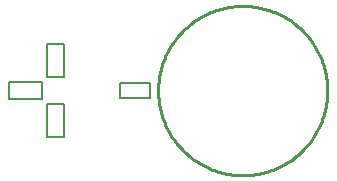
<source format=gbo>
G04 EAGLE Gerber RS-274X export*
G75*
%MOMM*%
%FSLAX34Y34*%
%LPD*%
%INSilkscreen Bottom*%
%IPPOS*%
%AMOC8*
5,1,8,0,0,1.08239X$1,22.5*%
G01*
%ADD10C,0.254000*%
%ADD11C,0.127000*%


D10*
X144272Y76200D02*
X144294Y77958D01*
X144358Y79715D01*
X144466Y81469D01*
X144617Y83221D01*
X144811Y84968D01*
X145047Y86710D01*
X145327Y88446D01*
X145648Y90174D01*
X146012Y91894D01*
X146419Y93604D01*
X146867Y95304D01*
X147356Y96993D01*
X147887Y98668D01*
X148459Y100331D01*
X149072Y101979D01*
X149724Y103611D01*
X150417Y105227D01*
X151149Y106825D01*
X151920Y108405D01*
X152730Y109965D01*
X153577Y111505D01*
X154463Y113024D01*
X155385Y114521D01*
X156343Y115994D01*
X157338Y117444D01*
X158368Y118869D01*
X159432Y120268D01*
X160531Y121640D01*
X161663Y122985D01*
X162827Y124302D01*
X164024Y125590D01*
X165251Y126849D01*
X166510Y128076D01*
X167798Y129273D01*
X169115Y130437D01*
X170460Y131569D01*
X171832Y132668D01*
X173231Y133732D01*
X174656Y134762D01*
X176106Y135757D01*
X177579Y136715D01*
X179076Y137637D01*
X180595Y138523D01*
X182135Y139370D01*
X183695Y140180D01*
X185275Y140951D01*
X186873Y141683D01*
X188489Y142376D01*
X190121Y143028D01*
X191769Y143641D01*
X193432Y144213D01*
X195107Y144744D01*
X196796Y145233D01*
X198496Y145681D01*
X200206Y146088D01*
X201926Y146452D01*
X203654Y146773D01*
X205390Y147053D01*
X207132Y147289D01*
X208879Y147483D01*
X210631Y147634D01*
X212385Y147742D01*
X214142Y147806D01*
X215900Y147828D01*
X217658Y147806D01*
X219415Y147742D01*
X221169Y147634D01*
X222921Y147483D01*
X224668Y147289D01*
X226410Y147053D01*
X228146Y146773D01*
X229874Y146452D01*
X231594Y146088D01*
X233304Y145681D01*
X235004Y145233D01*
X236693Y144744D01*
X238368Y144213D01*
X240031Y143641D01*
X241679Y143028D01*
X243311Y142376D01*
X244927Y141683D01*
X246525Y140951D01*
X248105Y140180D01*
X249665Y139370D01*
X251205Y138523D01*
X252724Y137637D01*
X254221Y136715D01*
X255694Y135757D01*
X257144Y134762D01*
X258569Y133732D01*
X259968Y132668D01*
X261340Y131569D01*
X262685Y130437D01*
X264002Y129273D01*
X265290Y128076D01*
X266549Y126849D01*
X267776Y125590D01*
X268973Y124302D01*
X270137Y122985D01*
X271269Y121640D01*
X272368Y120268D01*
X273432Y118869D01*
X274462Y117444D01*
X275457Y115994D01*
X276415Y114521D01*
X277337Y113024D01*
X278223Y111505D01*
X279070Y109965D01*
X279880Y108405D01*
X280651Y106825D01*
X281383Y105227D01*
X282076Y103611D01*
X282728Y101979D01*
X283341Y100331D01*
X283913Y98668D01*
X284444Y96993D01*
X284933Y95304D01*
X285381Y93604D01*
X285788Y91894D01*
X286152Y90174D01*
X286473Y88446D01*
X286753Y86710D01*
X286989Y84968D01*
X287183Y83221D01*
X287334Y81469D01*
X287442Y79715D01*
X287506Y77958D01*
X287528Y76200D01*
X287506Y74442D01*
X287442Y72685D01*
X287334Y70931D01*
X287183Y69179D01*
X286989Y67432D01*
X286753Y65690D01*
X286473Y63954D01*
X286152Y62226D01*
X285788Y60506D01*
X285381Y58796D01*
X284933Y57096D01*
X284444Y55407D01*
X283913Y53732D01*
X283341Y52069D01*
X282728Y50421D01*
X282076Y48789D01*
X281383Y47173D01*
X280651Y45575D01*
X279880Y43995D01*
X279070Y42435D01*
X278223Y40895D01*
X277337Y39376D01*
X276415Y37879D01*
X275457Y36406D01*
X274462Y34956D01*
X273432Y33531D01*
X272368Y32132D01*
X271269Y30760D01*
X270137Y29415D01*
X268973Y28098D01*
X267776Y26810D01*
X266549Y25551D01*
X265290Y24324D01*
X264002Y23127D01*
X262685Y21963D01*
X261340Y20831D01*
X259968Y19732D01*
X258569Y18668D01*
X257144Y17638D01*
X255694Y16643D01*
X254221Y15685D01*
X252724Y14763D01*
X251205Y13877D01*
X249665Y13030D01*
X248105Y12220D01*
X246525Y11449D01*
X244927Y10717D01*
X243311Y10024D01*
X241679Y9372D01*
X240031Y8759D01*
X238368Y8187D01*
X236693Y7656D01*
X235004Y7167D01*
X233304Y6719D01*
X231594Y6312D01*
X229874Y5948D01*
X228146Y5627D01*
X226410Y5347D01*
X224668Y5111D01*
X222921Y4917D01*
X221169Y4766D01*
X219415Y4658D01*
X217658Y4594D01*
X215900Y4572D01*
X214142Y4594D01*
X212385Y4658D01*
X210631Y4766D01*
X208879Y4917D01*
X207132Y5111D01*
X205390Y5347D01*
X203654Y5627D01*
X201926Y5948D01*
X200206Y6312D01*
X198496Y6719D01*
X196796Y7167D01*
X195107Y7656D01*
X193432Y8187D01*
X191769Y8759D01*
X190121Y9372D01*
X188489Y10024D01*
X186873Y10717D01*
X185275Y11449D01*
X183695Y12220D01*
X182135Y13030D01*
X180595Y13877D01*
X179076Y14763D01*
X177579Y15685D01*
X176106Y16643D01*
X174656Y17638D01*
X173231Y18668D01*
X171832Y19732D01*
X170460Y20831D01*
X169115Y21963D01*
X167798Y23127D01*
X166510Y24324D01*
X165251Y25551D01*
X164024Y26810D01*
X162827Y28098D01*
X161663Y29415D01*
X160531Y30760D01*
X159432Y32132D01*
X158368Y33531D01*
X157338Y34956D01*
X156343Y36406D01*
X155385Y37879D01*
X154463Y39376D01*
X153577Y40895D01*
X152730Y42435D01*
X151920Y43995D01*
X151149Y45575D01*
X150417Y47173D01*
X149724Y48789D01*
X149072Y50421D01*
X148459Y52069D01*
X147887Y53732D01*
X147356Y55407D01*
X146867Y57096D01*
X146419Y58796D01*
X146012Y60506D01*
X145648Y62226D01*
X145327Y63954D01*
X145047Y65690D01*
X144811Y67432D01*
X144617Y69179D01*
X144466Y70931D01*
X144358Y72685D01*
X144294Y74442D01*
X144272Y76200D01*
D11*
X64150Y87600D02*
X64150Y115600D01*
X50150Y115600D01*
X50150Y87600D01*
X64150Y87600D01*
X45750Y83200D02*
X17750Y83200D01*
X17750Y69200D01*
X45750Y69200D01*
X45750Y83200D01*
X50150Y64800D02*
X50150Y36800D01*
X64150Y36800D01*
X64150Y64800D01*
X50150Y64800D01*
X111760Y82550D02*
X137160Y82550D01*
X111760Y82550D02*
X111760Y69850D01*
X137160Y69850D01*
X137160Y82550D01*
M02*

</source>
